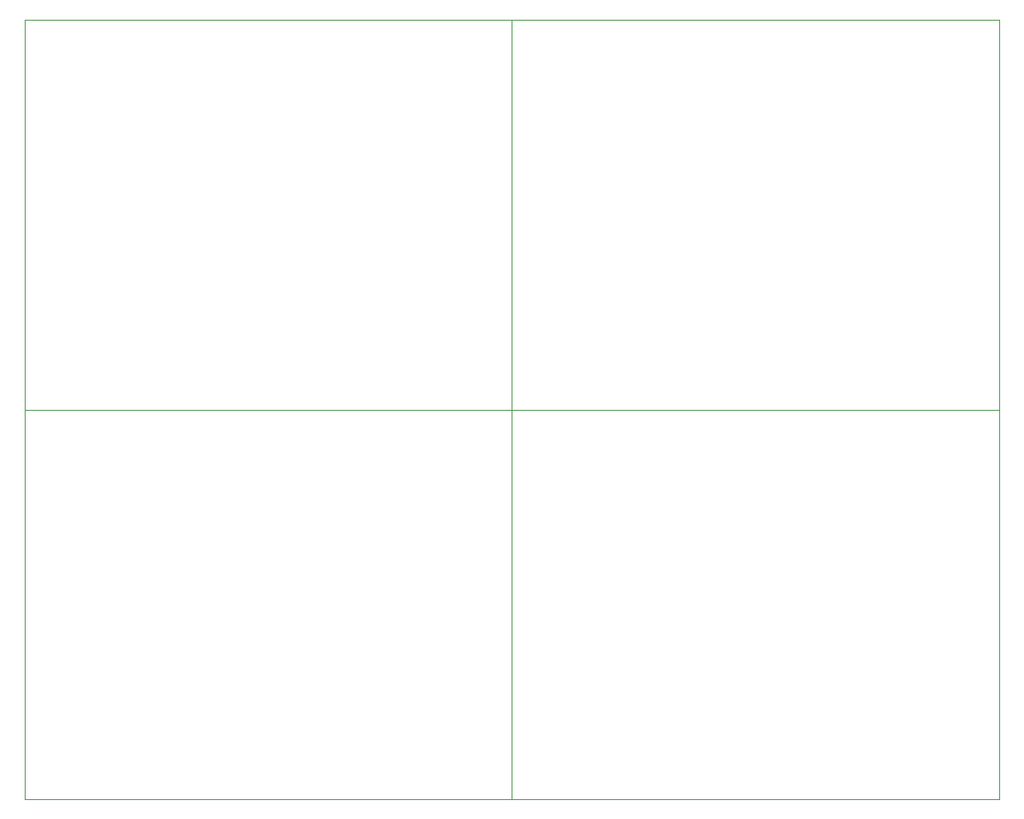
<source format=gm1>
%TF.GenerationSoftware,KiCad,Pcbnew,(5.1.9-0-10_14)*%
%TF.CreationDate,2021-04-15T21:04:48+09:00*%
%TF.ProjectId,RadioExercise_2x2,52616469-6f45-4786-9572-636973655f32,rev?*%
%TF.SameCoordinates,Original*%
%TF.FileFunction,Profile,NP*%
%FSLAX46Y46*%
G04 Gerber Fmt 4.6, Leading zero omitted, Abs format (unit mm)*
G04 Created by KiCad (PCBNEW (5.1.9-0-10_14)) date 2021-04-15 21:04:48*
%MOMM*%
%LPD*%
G01*
G04 APERTURE LIST*
%TA.AperFunction,Profile*%
%ADD10C,0.050000*%
%TD*%
G04 APERTURE END LIST*
D10*
X131928000Y-146084000D02*
X131928000Y-106084000D01*
X81928000Y-146084000D02*
X81928000Y-106084000D01*
X131928000Y-106084000D02*
X131928000Y-66084000D01*
X131928000Y-106084000D02*
X181928000Y-106084000D01*
X81928000Y-106084000D02*
X131928000Y-106084000D01*
X131928000Y-66084000D02*
X181928000Y-66084000D01*
X181928000Y-106084000D02*
X181928000Y-146084000D01*
X131928000Y-106084000D02*
X131928000Y-146084000D01*
X181928000Y-66084000D02*
X181928000Y-106084000D01*
X181928000Y-146084000D02*
X131928000Y-146084000D01*
X131928000Y-146084000D02*
X81928000Y-146084000D01*
X181928000Y-106084000D02*
X131928000Y-106084000D01*
X131928000Y-106084000D02*
X81928000Y-106084000D01*
X131928000Y-66084000D02*
X131928000Y-106084000D01*
X81928000Y-66084000D02*
X131928000Y-66084000D01*
X81928000Y-106084000D02*
X81928000Y-66084000D01*
M02*

</source>
